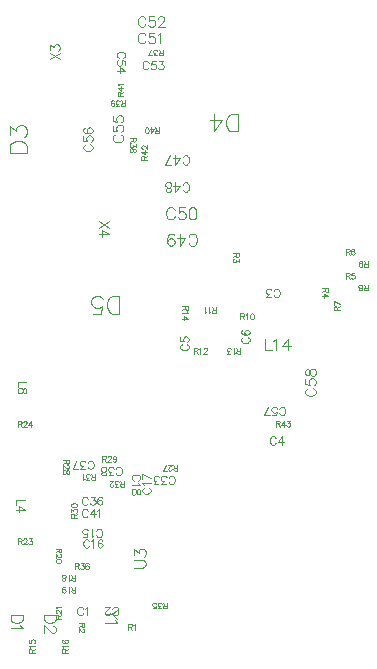
<source format=gbr>
%TF.GenerationSoftware,Altium Limited,Altium Designer,20.1.12 (249)*%
G04 Layer_Color=32768*
%FSLAX45Y45*%
%MOMM*%
%TF.SameCoordinates,4EE8302A-A9A8-49E0-93C5-14594FCB678D*%
%TF.FilePolarity,Positive*%
%TF.FileFunction,Other,M11_-_Assy_RefDes*%
%TF.Part,Single*%
G01*
G75*
%TA.AperFunction,NonConductor*%
%ADD134C,0.07000*%
%ADD135C,0.09000*%
%ADD136C,0.05000*%
%ADD137C,0.10000*%
D134*
X3005011Y2079178D02*
X3008343Y2072513D01*
X3015009Y2065848D01*
X3021674Y2062515D01*
X3035005D01*
X3041670Y2065848D01*
X3048335Y2072513D01*
X3051668Y2079178D01*
X3055000Y2089176D01*
Y2105839D01*
X3051668Y2115837D01*
X3048335Y2122502D01*
X3041670Y2129168D01*
X3035005Y2132500D01*
X3021674D01*
X3015009Y2129168D01*
X3008343Y2122502D01*
X3005011Y2115837D01*
X2945357Y2062515D02*
X2978683D01*
X2982016Y2092509D01*
X2978683Y2089176D01*
X2968685Y2085844D01*
X2958687D01*
X2948690Y2089176D01*
X2942024Y2095842D01*
X2938692Y2105839D01*
Y2112505D01*
X2942024Y2122502D01*
X2948690Y2129168D01*
X2958687Y2132500D01*
X2968685D01*
X2978683Y2129168D01*
X2982016Y2125835D01*
X2985348Y2119170D01*
X2876371Y2062515D02*
X2909698Y2132500D01*
X2923028Y2062515D02*
X2876371D01*
X862485Y2342500D02*
X792500D01*
Y2302508D01*
X862485Y2278180D02*
X859152Y2288178D01*
X852487Y2291511D01*
X845822D01*
X839157Y2288178D01*
X835824Y2281513D01*
X832492Y2268182D01*
X829159Y2258185D01*
X822494Y2251519D01*
X815828Y2248187D01*
X805830D01*
X799165Y2251519D01*
X795833Y2254852D01*
X792500Y2264850D01*
Y2278180D01*
X795833Y2288178D01*
X799165Y2291511D01*
X805830Y2294844D01*
X815828D01*
X822494Y2291511D01*
X829159Y2284846D01*
X832492Y2274848D01*
X835824Y2261517D01*
X839157Y2254852D01*
X845822Y2251519D01*
X852487D01*
X859152Y2254852D01*
X862485Y2264850D01*
Y2278180D01*
X1382511Y1626678D02*
X1385843Y1620013D01*
X1392509Y1613348D01*
X1399174Y1610015D01*
X1412504D01*
X1419170Y1613348D01*
X1425835Y1620013D01*
X1429167Y1626678D01*
X1432500Y1636676D01*
Y1653339D01*
X1429167Y1663337D01*
X1425835Y1670002D01*
X1419170Y1676667D01*
X1412504Y1680000D01*
X1399174D01*
X1392509Y1676667D01*
X1385843Y1670002D01*
X1382511Y1663337D01*
X1356183Y1610015D02*
X1319524D01*
X1339520Y1636676D01*
X1329522D01*
X1322857Y1640008D01*
X1319524Y1643341D01*
X1316191Y1653339D01*
Y1660004D01*
X1319524Y1670002D01*
X1326189Y1676667D01*
X1336187Y1680000D01*
X1346185D01*
X1356183Y1676667D01*
X1359515Y1673335D01*
X1362848Y1666670D01*
X1253871Y1610015D02*
X1287198Y1680000D01*
X1300528Y1610015D02*
X1253871D01*
X1861678Y1449989D02*
X1855013Y1446657D01*
X1848348Y1439992D01*
X1845015Y1433326D01*
Y1419996D01*
X1848348Y1413330D01*
X1855013Y1406665D01*
X1861678Y1403333D01*
X1871676Y1400000D01*
X1888339D01*
X1898337Y1403333D01*
X1905002Y1406665D01*
X1911667Y1413330D01*
X1915000Y1419996D01*
Y1433326D01*
X1911667Y1439992D01*
X1905002Y1446657D01*
X1898337Y1449989D01*
X1858345Y1469652D02*
X1855013Y1476317D01*
X1845015Y1486315D01*
X1915000D01*
X1845015Y1567631D02*
X1915000Y1534305D01*
X1845015Y1520974D02*
Y1567631D01*
X1382489Y1253322D02*
X1379157Y1259987D01*
X1372492Y1266653D01*
X1365826Y1269985D01*
X1352496D01*
X1345830Y1266653D01*
X1339165Y1259987D01*
X1335833Y1253322D01*
X1332500Y1243324D01*
Y1226661D01*
X1335833Y1216663D01*
X1339165Y1209998D01*
X1345830Y1203333D01*
X1352496Y1200000D01*
X1365826D01*
X1372492Y1203333D01*
X1379157Y1209998D01*
X1382489Y1216663D01*
X1435478Y1269985D02*
X1402152Y1223329D01*
X1452141D01*
X1435478Y1269985D02*
Y1200000D01*
X1464472Y1256655D02*
X1471137Y1259987D01*
X1481135Y1269985D01*
Y1200000D01*
X847485Y1342500D02*
X777500D01*
Y1302508D01*
X847485Y1261517D02*
X800828Y1294843D01*
Y1244854D01*
X847485Y1261517D02*
X777500D01*
X1592511Y386678D02*
X1595843Y380013D01*
X1602509Y373347D01*
X1609174Y370015D01*
X1622505D01*
X1629170Y373347D01*
X1635835Y380013D01*
X1639167Y386678D01*
X1642500Y396676D01*
Y413339D01*
X1639167Y423337D01*
X1635835Y430002D01*
X1629170Y436667D01*
X1622505Y440000D01*
X1609174D01*
X1602509Y436667D01*
X1595843Y430002D01*
X1592511Y423337D01*
X1569516Y386678D02*
Y383345D01*
X1566183Y376680D01*
X1562850Y373347D01*
X1556185Y370015D01*
X1542855D01*
X1536189Y373347D01*
X1532857Y376680D01*
X1529524Y383345D01*
Y390010D01*
X1532857Y396676D01*
X1539522Y406674D01*
X1572848Y440000D01*
X1526192D01*
X2184178Y2664990D02*
X2177513Y2661657D01*
X2170847Y2654992D01*
X2167515Y2648326D01*
Y2634996D01*
X2170847Y2628331D01*
X2177513Y2621665D01*
X2184178Y2618333D01*
X2194176Y2615000D01*
X2210839D01*
X2220837Y2618333D01*
X2227502Y2621665D01*
X2234167Y2628331D01*
X2237500Y2634996D01*
Y2648326D01*
X2234167Y2654992D01*
X2227502Y2661657D01*
X2220837Y2664990D01*
X2167515Y2724644D02*
Y2691317D01*
X2197508Y2687985D01*
X2194176Y2691317D01*
X2190843Y2701315D01*
Y2711313D01*
X2194176Y2721311D01*
X2200841Y2727976D01*
X2210839Y2731309D01*
X2217504D01*
X2227502Y2727976D01*
X2234167Y2721311D01*
X2237500Y2711313D01*
Y2701315D01*
X2234167Y2691317D01*
X2230835Y2687985D01*
X2224169Y2684652D01*
X1683322Y5090010D02*
X1689987Y5093343D01*
X1696653Y5100008D01*
X1699985Y5106673D01*
Y5120004D01*
X1696653Y5126669D01*
X1689987Y5133334D01*
X1683322Y5136667D01*
X1673324Y5140000D01*
X1656661D01*
X1646663Y5136667D01*
X1639998Y5133334D01*
X1633333Y5126669D01*
X1630000Y5120004D01*
Y5106673D01*
X1633333Y5100008D01*
X1639998Y5093343D01*
X1646663Y5090010D01*
X1699985Y5030356D02*
Y5063683D01*
X1669992Y5067015D01*
X1673324Y5063683D01*
X1676657Y5053685D01*
Y5043687D01*
X1673324Y5033689D01*
X1666659Y5027024D01*
X1656661Y5023691D01*
X1649996D01*
X1639998Y5027024D01*
X1633333Y5033689D01*
X1630000Y5043687D01*
Y5053685D01*
X1633333Y5063683D01*
X1636666Y5067015D01*
X1643331Y5070348D01*
X1699985Y4974701D02*
X1653329Y5008028D01*
Y4958038D01*
X1699985Y4974701D02*
X1630000D01*
X1342489Y423322D02*
X1339157Y429987D01*
X1332491Y436652D01*
X1325826Y439985D01*
X1312495D01*
X1305830Y436652D01*
X1299165Y429987D01*
X1295833Y423322D01*
X1292500Y413324D01*
Y396661D01*
X1295833Y386663D01*
X1299165Y379998D01*
X1305830Y373333D01*
X1312495Y370000D01*
X1325826D01*
X1332491Y373333D01*
X1339157Y379998D01*
X1342489Y386663D01*
X1362152Y426655D02*
X1368817Y429987D01*
X1378815Y439985D01*
Y370000D01*
X1455011Y1049178D02*
X1458343Y1042513D01*
X1465009Y1035848D01*
X1471674Y1032515D01*
X1485004D01*
X1491670Y1035848D01*
X1498335Y1042513D01*
X1501667Y1049178D01*
X1505000Y1059176D01*
Y1075839D01*
X1501667Y1085837D01*
X1498335Y1092502D01*
X1491670Y1099167D01*
X1485004Y1102500D01*
X1471674D01*
X1465009Y1099167D01*
X1458343Y1092502D01*
X1455011Y1085837D01*
X1435348Y1045845D02*
X1428683Y1042513D01*
X1418685Y1032515D01*
Y1102500D01*
X1344034Y1032515D02*
X1377360D01*
X1380693Y1062508D01*
X1377360Y1059176D01*
X1367363Y1055843D01*
X1357365D01*
X1347367Y1059176D01*
X1340702Y1065841D01*
X1337369Y1075839D01*
Y1082504D01*
X1340702Y1092502D01*
X1347367Y1099167D01*
X1357365Y1102500D01*
X1367363D01*
X1377360Y1099167D01*
X1380693Y1095835D01*
X1384026Y1089170D01*
X2070011Y1496678D02*
X2073343Y1490013D01*
X2080009Y1483348D01*
X2086674Y1480015D01*
X2100004D01*
X2106670Y1483348D01*
X2113335Y1490013D01*
X2116667Y1496678D01*
X2120000Y1506676D01*
Y1523339D01*
X2116667Y1533337D01*
X2113335Y1540002D01*
X2106670Y1546667D01*
X2100004Y1550000D01*
X2086674D01*
X2080009Y1546667D01*
X2073343Y1540002D01*
X2070011Y1533337D01*
X2043683Y1480015D02*
X2007024D01*
X2027020Y1506676D01*
X2017022D01*
X2010357Y1510008D01*
X2007024Y1513341D01*
X2003691Y1523339D01*
Y1530004D01*
X2007024Y1540002D01*
X2013689Y1546667D01*
X2023687Y1550000D01*
X2033685D01*
X2043683Y1546667D01*
X2047015Y1543335D01*
X2050348Y1536670D01*
X1981363Y1480015D02*
X1944704D01*
X1964700Y1506676D01*
X1954702D01*
X1948036Y1510008D01*
X1944704Y1513341D01*
X1941371Y1523339D01*
Y1530004D01*
X1944704Y1540002D01*
X1951369Y1546667D01*
X1961367Y1550000D01*
X1971365D01*
X1981363Y1546667D01*
X1984695Y1543335D01*
X1988028Y1536670D01*
X1897489Y5045822D02*
X1894157Y5052487D01*
X1887492Y5059152D01*
X1880826Y5062485D01*
X1867496D01*
X1860830Y5059152D01*
X1854165Y5052487D01*
X1850833Y5045822D01*
X1847500Y5035824D01*
Y5019161D01*
X1850833Y5009163D01*
X1854165Y5002497D01*
X1860830Y4995832D01*
X1867496Y4992500D01*
X1880826D01*
X1887492Y4995832D01*
X1894157Y5002497D01*
X1897489Y5009163D01*
X1957143Y5062485D02*
X1923817D01*
X1920485Y5032491D01*
X1923817Y5035824D01*
X1933815Y5039156D01*
X1943813D01*
X1953811Y5035824D01*
X1960476Y5029158D01*
X1963809Y5019161D01*
Y5012495D01*
X1960476Y5002497D01*
X1953811Y4995832D01*
X1943813Y4992500D01*
X1933815D01*
X1923817Y4995832D01*
X1920485Y4999165D01*
X1917152Y5005830D01*
X1986137Y5062485D02*
X2022796D01*
X2002800Y5035824D01*
X2012798D01*
X2019464Y5032491D01*
X2022796Y5029158D01*
X2026129Y5019161D01*
Y5012495D01*
X2022796Y5002497D01*
X2016131Y4995832D01*
X2006133Y4992500D01*
X1996135D01*
X1986137Y4995832D01*
X1982805Y4999165D01*
X1979472Y5005830D01*
X1622511Y1571678D02*
X1625843Y1565013D01*
X1632509Y1558348D01*
X1639174Y1555015D01*
X1652504D01*
X1659170Y1558348D01*
X1665835Y1565013D01*
X1669167Y1571678D01*
X1672500Y1581676D01*
Y1598339D01*
X1669167Y1608337D01*
X1665835Y1615002D01*
X1659170Y1621667D01*
X1652504Y1625000D01*
X1639174D01*
X1632509Y1621667D01*
X1625843Y1615002D01*
X1622511Y1608337D01*
X1596183Y1555015D02*
X1559524D01*
X1579520Y1581676D01*
X1569522D01*
X1562857Y1585009D01*
X1559524Y1588341D01*
X1556191Y1598339D01*
Y1605004D01*
X1559524Y1615002D01*
X1566189Y1621667D01*
X1576187Y1625000D01*
X1586185D01*
X1596183Y1621667D01*
X1599515Y1618335D01*
X1602848Y1611670D01*
X1523865Y1555015D02*
X1533863Y1558348D01*
X1537195Y1565013D01*
Y1571678D01*
X1533863Y1578343D01*
X1527198Y1581676D01*
X1513867Y1585009D01*
X1503869Y1588341D01*
X1497204Y1595006D01*
X1493871Y1601672D01*
Y1611670D01*
X1497204Y1618335D01*
X1500536Y1621667D01*
X1510534Y1625000D01*
X1523865D01*
X1533863Y1621667D01*
X1537195Y1618335D01*
X1540528Y1611670D01*
Y1601672D01*
X1537195Y1595006D01*
X1530530Y1588341D01*
X1520532Y1585009D01*
X1507202Y1581676D01*
X1500536Y1578343D01*
X1497204Y1571678D01*
Y1565013D01*
X1500536Y1558348D01*
X1510534Y1555015D01*
X1523865D01*
X1808322Y1510011D02*
X1814987Y1513343D01*
X1821652Y1520009D01*
X1824985Y1526674D01*
Y1540005D01*
X1821652Y1546670D01*
X1814987Y1553335D01*
X1808322Y1556667D01*
X1798324Y1560000D01*
X1781661D01*
X1771663Y1556667D01*
X1764998Y1553335D01*
X1758333Y1546670D01*
X1755000Y1540005D01*
Y1526674D01*
X1758333Y1520009D01*
X1764998Y1513343D01*
X1771663Y1510011D01*
X1811655Y1490348D02*
X1814987Y1483683D01*
X1824985Y1473685D01*
X1755000D01*
X1824985Y1422363D02*
X1821652Y1432361D01*
X1814987Y1435693D01*
X1808322D01*
X1801657Y1432361D01*
X1798324Y1425695D01*
X1794992Y1412365D01*
X1791659Y1402367D01*
X1784994Y1395702D01*
X1778328Y1392369D01*
X1768330D01*
X1761665Y1395702D01*
X1758333Y1399034D01*
X1755000Y1409032D01*
Y1422363D01*
X1758333Y1432361D01*
X1761665Y1435693D01*
X1768330Y1439026D01*
X1778328D01*
X1784994Y1435693D01*
X1791659Y1429028D01*
X1794992Y1419030D01*
X1798324Y1405699D01*
X1801657Y1399034D01*
X1808322Y1395702D01*
X1814987D01*
X1821652Y1399034D01*
X1824985Y1409032D01*
Y1422363D01*
X2699178Y2724989D02*
X2692513Y2721657D01*
X2685847Y2714992D01*
X2682515Y2708326D01*
Y2694996D01*
X2685847Y2688330D01*
X2692513Y2681665D01*
X2699178Y2678333D01*
X2709176Y2675000D01*
X2725839D01*
X2735837Y2678333D01*
X2742502Y2681665D01*
X2749167Y2688330D01*
X2752500Y2694996D01*
Y2708326D01*
X2749167Y2714992D01*
X2742502Y2721657D01*
X2735837Y2724989D01*
X2692513Y2784643D02*
X2685847Y2781311D01*
X2682515Y2771313D01*
Y2764648D01*
X2685847Y2754650D01*
X2695845Y2747985D01*
X2712508Y2744652D01*
X2729171D01*
X2742502Y2747985D01*
X2749167Y2754650D01*
X2752500Y2764648D01*
Y2767980D01*
X2749167Y2777978D01*
X2742502Y2784643D01*
X2732504Y2787976D01*
X2729171D01*
X2719173Y2784643D01*
X2712508Y2777978D01*
X2709176Y2767980D01*
Y2764648D01*
X2712508Y2754650D01*
X2719173Y2747985D01*
X2729171Y2744652D01*
X2957511Y3081678D02*
X2960844Y3075013D01*
X2967509Y3068347D01*
X2974174Y3065015D01*
X2987505D01*
X2994170Y3068347D01*
X3000835Y3075013D01*
X3004168Y3081678D01*
X3007500Y3091676D01*
Y3108339D01*
X3004168Y3118337D01*
X3000835Y3125002D01*
X2994170Y3131667D01*
X2987505Y3135000D01*
X2974174D01*
X2967509Y3131667D01*
X2960844Y3125002D01*
X2957511Y3118337D01*
X2931183Y3065015D02*
X2894525D01*
X2914520Y3091676D01*
X2904522D01*
X2897857Y3095008D01*
X2894525Y3098341D01*
X2891192Y3108339D01*
Y3115004D01*
X2894525Y3125002D01*
X2901190Y3131667D01*
X2911187Y3135000D01*
X2921185D01*
X2931183Y3131667D01*
X2934516Y3128335D01*
X2937849Y3121669D01*
X1394989Y995822D02*
X1391657Y1002487D01*
X1384991Y1009152D01*
X1378326Y1012485D01*
X1364995D01*
X1358330Y1009152D01*
X1351665Y1002487D01*
X1348333Y995822D01*
X1345000Y985824D01*
Y969161D01*
X1348333Y959163D01*
X1351665Y952498D01*
X1358330Y945833D01*
X1364995Y942500D01*
X1378326D01*
X1384991Y945833D01*
X1391657Y952498D01*
X1394989Y959163D01*
X1414652Y999155D02*
X1421317Y1002487D01*
X1431315Y1012485D01*
Y942500D01*
X1505966Y1002487D02*
X1502633Y1009152D01*
X1492635Y1012485D01*
X1485970D01*
X1475972Y1009152D01*
X1469307Y999155D01*
X1465974Y982492D01*
Y965828D01*
X1469307Y952498D01*
X1475972Y945833D01*
X1485970Y942500D01*
X1489303D01*
X1499301Y945833D01*
X1505966Y952498D01*
X1509298Y962496D01*
Y965828D01*
X1505966Y975826D01*
X1499301Y982492D01*
X1489303Y985824D01*
X1485970D01*
X1475972Y982492D01*
X1469307Y975826D01*
X1465974Y965828D01*
X1382490Y1358322D02*
X1379157Y1364987D01*
X1372492Y1371653D01*
X1365827Y1374985D01*
X1352496D01*
X1345831Y1371653D01*
X1339165Y1364987D01*
X1335833Y1358322D01*
X1332500Y1348324D01*
Y1331661D01*
X1335833Y1321663D01*
X1339165Y1314998D01*
X1345831Y1308333D01*
X1352496Y1305000D01*
X1365827D01*
X1372492Y1308333D01*
X1379157Y1314998D01*
X1382490Y1321663D01*
X1408817Y1374985D02*
X1445476D01*
X1425481Y1348324D01*
X1435478D01*
X1442144Y1344992D01*
X1445476Y1341659D01*
X1448809Y1331661D01*
Y1324996D01*
X1445476Y1314998D01*
X1438811Y1308333D01*
X1428813Y1305000D01*
X1418815D01*
X1408817Y1308333D01*
X1405485Y1311665D01*
X1402152Y1318331D01*
X1504464Y1364987D02*
X1501131Y1371653D01*
X1491133Y1374985D01*
X1484468D01*
X1474470Y1371653D01*
X1467805Y1361655D01*
X1464472Y1344992D01*
Y1328329D01*
X1467805Y1314998D01*
X1474470Y1308333D01*
X1484468Y1305000D01*
X1487801D01*
X1497799Y1308333D01*
X1504464Y1314998D01*
X1507796Y1324996D01*
Y1328329D01*
X1504464Y1338327D01*
X1497799Y1344992D01*
X1487801Y1348324D01*
X1484468D01*
X1474470Y1344992D01*
X1467805Y1338327D01*
X1464472Y1328329D01*
X2974989Y1868322D02*
X2971657Y1874987D01*
X2964992Y1881653D01*
X2958326Y1884985D01*
X2944996D01*
X2938330Y1881653D01*
X2931665Y1874987D01*
X2928333Y1868322D01*
X2925000Y1858324D01*
Y1841661D01*
X2928333Y1831663D01*
X2931665Y1824998D01*
X2938330Y1818333D01*
X2944996Y1815000D01*
X2958326D01*
X2964992Y1818333D01*
X2971657Y1824998D01*
X2974989Y1831663D01*
X3027978Y1884985D02*
X2994652Y1838329D01*
X3044641D01*
X3027978Y1884985D02*
Y1815000D01*
D135*
X1616443Y4439272D02*
X1607874Y4434987D01*
X1599304Y4426417D01*
X1595019Y4417848D01*
Y4400708D01*
X1599304Y4392139D01*
X1607874Y4383569D01*
X1616443Y4379284D01*
X1629297Y4375000D01*
X1650722D01*
X1663576Y4379284D01*
X1672145Y4383569D01*
X1680715Y4392139D01*
X1685000Y4400708D01*
Y4417848D01*
X1680715Y4426417D01*
X1672145Y4434987D01*
X1663576Y4439272D01*
X1595019Y4515969D02*
Y4473122D01*
X1633582Y4468837D01*
X1629297Y4473122D01*
X1625013Y4485976D01*
Y4498830D01*
X1629297Y4511685D01*
X1637867Y4520254D01*
X1650722Y4524539D01*
X1659291D01*
X1672145Y4520254D01*
X1680715Y4511685D01*
X1685000Y4498830D01*
Y4485976D01*
X1680715Y4473122D01*
X1676430Y4468837D01*
X1667861Y4464552D01*
X1595019Y4596095D02*
Y4553247D01*
X1633582Y4548962D01*
X1629297Y4553247D01*
X1625013Y4566102D01*
Y4578956D01*
X1629297Y4591810D01*
X1637867Y4600380D01*
X1650722Y4604665D01*
X1659291D01*
X1672145Y4600380D01*
X1680715Y4591810D01*
X1685000Y4578956D01*
Y4566102D01*
X1680715Y4553247D01*
X1676430Y4548962D01*
X1667861Y4544678D01*
X3243943Y2291772D02*
X3235374Y2287488D01*
X3226804Y2278918D01*
X3222519Y2270349D01*
Y2253209D01*
X3226804Y2244640D01*
X3235374Y2236070D01*
X3243943Y2231785D01*
X3256798Y2227500D01*
X3278222D01*
X3291076Y2231785D01*
X3299646Y2236070D01*
X3308215Y2244640D01*
X3312500Y2253209D01*
Y2270349D01*
X3308215Y2278918D01*
X3299646Y2287488D01*
X3291076Y2291772D01*
X3222519Y2368470D02*
Y2325622D01*
X3261083Y2321337D01*
X3256798Y2325622D01*
X3252513Y2338477D01*
Y2351331D01*
X3256798Y2364186D01*
X3265367Y2372755D01*
X3278222Y2377040D01*
X3286791D01*
X3299646Y2372755D01*
X3308215Y2364186D01*
X3312500Y2351331D01*
Y2338477D01*
X3308215Y2325622D01*
X3303930Y2321337D01*
X3295361Y2317053D01*
X3222519Y2418602D02*
X3226804Y2405748D01*
X3235374Y2401463D01*
X3243943D01*
X3252513Y2405748D01*
X3256798Y2414318D01*
X3261083Y2431457D01*
X3265367Y2444311D01*
X3273937Y2452881D01*
X3282507Y2457166D01*
X3295361D01*
X3303930Y2452881D01*
X3308215Y2448596D01*
X3312500Y2435742D01*
Y2418602D01*
X3308215Y2405748D01*
X3303930Y2401463D01*
X3295361Y2397179D01*
X3282507D01*
X3273937Y2401463D01*
X3265367Y2410033D01*
X3261083Y2422887D01*
X3256798Y2440027D01*
X3252513Y2448596D01*
X3243943Y2452881D01*
X3235374D01*
X3226804Y2448596D01*
X3222519Y2435742D01*
Y2418602D01*
X1869272Y5281056D02*
X1864987Y5289626D01*
X1856418Y5298196D01*
X1847848Y5302480D01*
X1830709D01*
X1822139Y5298196D01*
X1813570Y5289626D01*
X1809285Y5281056D01*
X1805000Y5268202D01*
Y5246778D01*
X1809285Y5233923D01*
X1813570Y5225354D01*
X1822139Y5216784D01*
X1830709Y5212500D01*
X1847848D01*
X1856418Y5216784D01*
X1864987Y5225354D01*
X1869272Y5233923D01*
X1945970Y5302480D02*
X1903122D01*
X1898837Y5263917D01*
X1903122Y5268202D01*
X1915976Y5272487D01*
X1928831D01*
X1941685Y5268202D01*
X1950255Y5259632D01*
X1954540Y5246778D01*
Y5238208D01*
X1950255Y5225354D01*
X1941685Y5216784D01*
X1928831Y5212500D01*
X1915976D01*
X1903122Y5216784D01*
X1898837Y5221069D01*
X1894552Y5229639D01*
X1974678Y5285341D02*
X1983248Y5289626D01*
X1996102Y5302480D01*
Y5212500D01*
X1869272Y5421056D02*
X1864987Y5429626D01*
X1856418Y5438196D01*
X1847848Y5442480D01*
X1830709D01*
X1822139Y5438196D01*
X1813570Y5429626D01*
X1809285Y5421056D01*
X1805000Y5408202D01*
Y5386778D01*
X1809285Y5373923D01*
X1813570Y5365354D01*
X1822139Y5356784D01*
X1830709Y5352500D01*
X1847848D01*
X1856418Y5356784D01*
X1864987Y5365354D01*
X1869272Y5373923D01*
X1945970Y5442480D02*
X1903122D01*
X1898837Y5403917D01*
X1903122Y5408202D01*
X1915976Y5412487D01*
X1928831D01*
X1941685Y5408202D01*
X1950255Y5399632D01*
X1954540Y5386778D01*
Y5378208D01*
X1950255Y5365354D01*
X1941685Y5356784D01*
X1928831Y5352500D01*
X1915976D01*
X1903122Y5356784D01*
X1898837Y5361069D01*
X1894552Y5369639D01*
X1978963Y5421056D02*
Y5425341D01*
X1983248Y5433911D01*
X1987533Y5438196D01*
X1996102Y5442480D01*
X2013242D01*
X2021811Y5438196D01*
X2026096Y5433911D01*
X2030381Y5425341D01*
Y5416771D01*
X2026096Y5408202D01*
X2017526Y5395348D01*
X1974678Y5352500D01*
X2034665D01*
D136*
X1837511Y4227500D02*
X1887500D01*
X1837511D02*
Y4248923D01*
X1839891Y4256065D01*
X1842272Y4258445D01*
X1847033Y4260826D01*
X1851794D01*
X1856555Y4258445D01*
X1858935Y4256065D01*
X1861315Y4248923D01*
Y4227500D01*
Y4244163D02*
X1887500Y4260826D01*
X1837511Y4295818D02*
X1870837Y4272014D01*
Y4307720D01*
X1837511Y4295818D02*
X1887500D01*
X1849413Y4318909D02*
X1847033D01*
X1842272Y4321289D01*
X1839891Y4323669D01*
X1837511Y4328430D01*
Y4337952D01*
X1839891Y4342713D01*
X1842272Y4345093D01*
X1847033Y4347474D01*
X1851794D01*
X1856555Y4345093D01*
X1863696Y4340332D01*
X1887500Y4316528D01*
Y4349854D01*
X2975000Y2017490D02*
Y1967501D01*
Y2017490D02*
X2996424D01*
X3003566Y2015109D01*
X3005946Y2012729D01*
X3008326Y2007968D01*
Y2003207D01*
X3005946Y1998446D01*
X3003566Y1996066D01*
X2996424Y1993685D01*
X2975000D01*
X2991664D02*
X3008326Y1967501D01*
X3043319Y2017490D02*
X3019515Y1984164D01*
X3055221D01*
X3043319Y2017490D02*
Y1967501D01*
X3068790Y2017490D02*
X3094975D01*
X3080692Y1998446D01*
X3087833D01*
X3092594Y1996066D01*
X3094975Y1993685D01*
X3097355Y1986544D01*
Y1981783D01*
X3094975Y1974642D01*
X3090214Y1969881D01*
X3083072Y1967501D01*
X3075931D01*
X3068790Y1969881D01*
X3066409Y1972261D01*
X3064029Y1977022D01*
X1445000Y1515011D02*
Y1565000D01*
Y1515011D02*
X1423576D01*
X1416435Y1517391D01*
X1414054Y1519772D01*
X1411674Y1524532D01*
Y1529293D01*
X1414054Y1534054D01*
X1416435Y1536435D01*
X1423576Y1538815D01*
X1445000D01*
X1428337D02*
X1411674Y1565000D01*
X1395725Y1515011D02*
X1369540D01*
X1383822Y1534054D01*
X1376681D01*
X1371920Y1536435D01*
X1369540Y1538815D01*
X1367160Y1545957D01*
Y1550717D01*
X1369540Y1557859D01*
X1374301Y1562619D01*
X1381442Y1565000D01*
X1388583D01*
X1395725Y1562619D01*
X1398105Y1560239D01*
X1400486Y1555478D01*
X1355971Y1524532D02*
X1351210Y1522152D01*
X1344069Y1515011D01*
Y1565000D01*
X1165011Y52500D02*
X1215000D01*
X1165011D02*
Y73924D01*
X1167391Y81065D01*
X1169772Y83446D01*
X1174532Y85826D01*
X1179293D01*
X1184054Y83446D01*
X1186435Y81065D01*
X1188815Y73924D01*
Y52500D01*
Y69163D02*
X1215000Y85826D01*
X1174532Y97014D02*
X1172152Y101775D01*
X1165011Y108916D01*
X1215000D01*
X1172152Y162238D02*
X1167391Y159858D01*
X1165011Y152716D01*
Y147956D01*
X1167391Y140814D01*
X1174532Y136054D01*
X1186435Y133673D01*
X1198337D01*
X1207859Y136054D01*
X1212619Y140814D01*
X1215000Y147956D01*
Y150336D01*
X1212619Y157477D01*
X1207859Y162238D01*
X1200717Y164619D01*
X1198337D01*
X1191195Y162238D01*
X1186435Y157477D01*
X1184054Y150336D01*
Y147956D01*
X1186435Y140814D01*
X1191195Y136054D01*
X1198337Y133673D01*
X1110011Y340000D02*
X1160000D01*
X1110011D02*
Y361424D01*
X1112391Y368565D01*
X1114772Y370946D01*
X1119532Y373326D01*
X1124293D01*
X1129054Y370946D01*
X1131435Y368565D01*
X1133815Y361424D01*
Y340000D01*
Y356663D02*
X1160000Y373326D01*
X1121913Y386895D02*
X1119532D01*
X1114772Y389275D01*
X1112391Y391656D01*
X1110011Y396417D01*
Y405938D01*
X1112391Y410699D01*
X1114772Y413080D01*
X1119532Y415460D01*
X1124293D01*
X1129054Y413080D01*
X1136196Y408319D01*
X1160000Y384514D01*
Y417840D01*
X1119532Y429029D02*
X1117152Y433790D01*
X1110011Y440931D01*
X1160000D01*
X1222489Y1687500D02*
X1172500D01*
X1222489D02*
Y1666076D01*
X1220109Y1658935D01*
X1217728Y1656554D01*
X1212968Y1654174D01*
X1208207D01*
X1203446Y1656554D01*
X1201065Y1658935D01*
X1198685Y1666076D01*
Y1687500D01*
Y1670837D02*
X1172500Y1654174D01*
X1210587Y1640605D02*
X1212968D01*
X1217728Y1638225D01*
X1220109Y1635845D01*
X1222489Y1631084D01*
Y1621562D01*
X1220109Y1616801D01*
X1217728Y1614420D01*
X1212968Y1612040D01*
X1208207D01*
X1203446Y1614420D01*
X1196304Y1619181D01*
X1172500Y1642986D01*
Y1609660D01*
X1222489Y1586569D02*
X1220109Y1593711D01*
X1215348Y1596091D01*
X1210587D01*
X1205826Y1593711D01*
X1203446Y1588950D01*
X1201065Y1579428D01*
X1198685Y1572287D01*
X1193924Y1567526D01*
X1189163Y1565145D01*
X1182022D01*
X1177261Y1567526D01*
X1174881Y1569906D01*
X1172500Y1577048D01*
Y1586569D01*
X1174881Y1593711D01*
X1177261Y1596091D01*
X1182022Y1598472D01*
X1189163D01*
X1193924Y1596091D01*
X1198685Y1591330D01*
X1201065Y1584189D01*
X1203446Y1574667D01*
X1205826Y1569906D01*
X1210587Y1567526D01*
X1215348D01*
X1220109Y1569906D01*
X1222489Y1577048D01*
Y1586569D01*
X2232489Y2987500D02*
X2182500D01*
X2232489D02*
Y2966076D01*
X2230109Y2958935D01*
X2227728Y2956554D01*
X2222967Y2954174D01*
X2218206D01*
X2213445Y2956554D01*
X2211065Y2958935D01*
X2208685Y2966076D01*
Y2987500D01*
Y2970837D02*
X2182500Y2954174D01*
X2222967Y2942986D02*
X2225348Y2938225D01*
X2232489Y2931084D01*
X2182500D01*
X2232489Y2882523D02*
X2199163Y2906327D01*
Y2870620D01*
X2232489Y2882523D02*
X2182500D01*
X2675000Y2924989D02*
Y2875000D01*
Y2924989D02*
X2696424D01*
X2703565Y2922609D01*
X2705945Y2920228D01*
X2708326Y2915467D01*
Y2910706D01*
X2705945Y2905945D01*
X2703565Y2903565D01*
X2696424Y2901185D01*
X2675000D01*
X2691663D02*
X2708326Y2875000D01*
X2719514Y2915467D02*
X2724275Y2917848D01*
X2731416Y2924989D01*
Y2875000D01*
X2770455Y2924989D02*
X2763314Y2922609D01*
X2758553Y2915467D01*
X2756173Y2903565D01*
Y2896424D01*
X2758553Y2884522D01*
X2763314Y2877380D01*
X2770455Y2875000D01*
X2775216D01*
X2782358Y2877380D01*
X2787118Y2884522D01*
X2789499Y2896424D01*
Y2903565D01*
X2787118Y2915467D01*
X2782358Y2922609D01*
X2775216Y2924989D01*
X2770455D01*
X3567500Y3269989D02*
Y3220000D01*
Y3269989D02*
X3588924D01*
X3596065Y3267608D01*
X3598446Y3265228D01*
X3600826Y3260467D01*
Y3255706D01*
X3598446Y3250945D01*
X3596065Y3248565D01*
X3588924Y3246185D01*
X3567500D01*
X3584163D02*
X3600826Y3220000D01*
X3640580Y3269989D02*
X3616775D01*
X3614395Y3248565D01*
X3616775Y3250945D01*
X3623917Y3253326D01*
X3631058D01*
X3638199Y3250945D01*
X3642960Y3246185D01*
X3645340Y3239043D01*
Y3234282D01*
X3642960Y3227141D01*
X3638199Y3222380D01*
X3631058Y3220000D01*
X3623917D01*
X3616775Y3222380D01*
X3614395Y3224761D01*
X3612014Y3229521D01*
X2659989Y3435000D02*
X2610000D01*
X2659989D02*
Y3413576D01*
X2657609Y3406435D01*
X2655228Y3404054D01*
X2650468Y3401674D01*
X2645707D01*
X2640946Y3404054D01*
X2638565Y3406435D01*
X2636185Y3413576D01*
Y3435000D01*
Y3418337D02*
X2610000Y3401674D01*
X2659989Y3385725D02*
Y3359540D01*
X2640946Y3373823D01*
Y3366681D01*
X2638565Y3361920D01*
X2636185Y3359540D01*
X2629044Y3357160D01*
X2624283D01*
X2617141Y3359540D01*
X2612381Y3364301D01*
X2610000Y3371442D01*
Y3378584D01*
X2612381Y3385725D01*
X2614761Y3388105D01*
X2619522Y3390486D01*
X1635011Y4767500D02*
X1685000D01*
X1635011D02*
Y4788924D01*
X1637391Y4796065D01*
X1639772Y4798445D01*
X1644533Y4800826D01*
X1649294D01*
X1654055Y4798445D01*
X1656435Y4796065D01*
X1658815Y4788924D01*
Y4767500D01*
Y4784163D02*
X1685000Y4800826D01*
X1635011Y4835818D02*
X1668337Y4812014D01*
Y4847721D01*
X1635011Y4835818D02*
X1685000D01*
X1644533Y4856528D02*
X1642152Y4861289D01*
X1635011Y4868430D01*
X1685000D01*
X2017500Y5110010D02*
Y5160000D01*
Y5110010D02*
X1996076D01*
X1988935Y5112391D01*
X1986555Y5114771D01*
X1984174Y5119532D01*
Y5124293D01*
X1986555Y5129054D01*
X1988935Y5131434D01*
X1996076Y5133815D01*
X2017500D01*
X2000837D02*
X1984174Y5160000D01*
X1968225Y5110010D02*
X1942040D01*
X1956323Y5129054D01*
X1949182D01*
X1944421Y5131434D01*
X1942040Y5133815D01*
X1939660Y5140956D01*
Y5145717D01*
X1942040Y5152858D01*
X1946801Y5157619D01*
X1953942Y5160000D01*
X1961084D01*
X1968225Y5157619D01*
X1970605Y5155239D01*
X1972986Y5150478D01*
X1895146Y5110010D02*
X1918950Y5160000D01*
X1928472Y5110010D02*
X1895146D01*
X1354990Y302500D02*
X1305000D01*
X1354990D02*
Y281076D01*
X1352609Y273934D01*
X1350229Y271554D01*
X1345468Y269174D01*
X1340707D01*
X1335946Y271554D01*
X1333566Y273934D01*
X1331185Y281076D01*
Y302500D01*
Y285837D02*
X1305000Y269174D01*
X1343087Y255605D02*
X1345468D01*
X1350229Y253225D01*
X1352609Y250844D01*
X1354990Y246083D01*
Y236562D01*
X1352609Y231801D01*
X1350229Y229420D01*
X1345468Y227040D01*
X1340707D01*
X1335946Y229420D01*
X1328805Y234181D01*
X1305000Y257986D01*
Y224659D01*
X2140000Y1595011D02*
Y1645000D01*
Y1595011D02*
X2118576D01*
X2111435Y1597391D01*
X2109054Y1599772D01*
X2106674Y1604532D01*
Y1609293D01*
X2109054Y1614054D01*
X2111435Y1616435D01*
X2118576Y1618815D01*
X2140000D01*
X2123337D02*
X2106674Y1645000D01*
X2093105Y1606913D02*
Y1604532D01*
X2090725Y1599772D01*
X2088345Y1597391D01*
X2083584Y1595011D01*
X2074062D01*
X2069301Y1597391D01*
X2066920Y1599772D01*
X2064540Y1604532D01*
Y1609293D01*
X2066920Y1614054D01*
X2071681Y1621196D01*
X2095486Y1645000D01*
X2062160D01*
X2017645Y1595011D02*
X2041450Y1645000D01*
X2050972Y1595011D02*
X2017645D01*
X1159989Y935000D02*
X1110000D01*
X1159989D02*
Y913576D01*
X1157609Y906435D01*
X1155228Y904054D01*
X1150468Y901674D01*
X1145707D01*
X1140946Y904054D01*
X1138565Y906435D01*
X1136185Y913576D01*
Y935000D01*
Y918337D02*
X1110000Y901674D01*
X1148087Y888105D02*
X1150468D01*
X1155228Y885725D01*
X1157609Y883344D01*
X1159989Y878583D01*
Y869062D01*
X1157609Y864301D01*
X1155228Y861920D01*
X1150468Y859540D01*
X1145707D01*
X1140946Y861920D01*
X1133804Y866681D01*
X1110000Y890486D01*
Y857160D01*
X1159989Y831689D02*
X1157609Y838830D01*
X1150468Y843591D01*
X1138565Y845971D01*
X1131424D01*
X1119522Y843591D01*
X1112381Y838830D01*
X1110000Y831689D01*
Y826928D01*
X1112381Y819787D01*
X1119522Y815026D01*
X1131424Y812645D01*
X1138565D01*
X1150468Y815026D01*
X1157609Y819787D01*
X1159989Y826928D01*
Y831689D01*
X2052500Y427511D02*
Y477500D01*
Y427511D02*
X2031076D01*
X2023935Y429891D01*
X2021555Y432272D01*
X2019174Y437032D01*
Y441793D01*
X2021555Y446554D01*
X2023935Y448935D01*
X2031076Y451315D01*
X2052500D01*
X2035837D02*
X2019174Y477500D01*
X2003225Y427511D02*
X1977040D01*
X1991323Y446554D01*
X1984181D01*
X1979420Y448935D01*
X1977040Y451315D01*
X1974660Y458457D01*
Y463217D01*
X1977040Y470359D01*
X1981801Y475119D01*
X1988942Y477500D01*
X1996084D01*
X2003225Y475119D01*
X2005605Y472739D01*
X2007986Y467978D01*
X1934906Y427511D02*
X1958711D01*
X1961091Y448935D01*
X1958711Y446554D01*
X1951569Y444174D01*
X1944428D01*
X1937287Y446554D01*
X1932526Y451315D01*
X1930145Y458457D01*
Y463217D01*
X1932526Y470359D01*
X1937287Y475119D01*
X1944428Y477500D01*
X1951569D01*
X1958711Y475119D01*
X1961091Y472739D01*
X1963472Y467978D01*
X1697500Y4680010D02*
Y4730000D01*
Y4680010D02*
X1676076D01*
X1668935Y4682391D01*
X1666554Y4684771D01*
X1664174Y4689532D01*
Y4694293D01*
X1666554Y4699054D01*
X1668935Y4701434D01*
X1676076Y4703815D01*
X1697500D01*
X1680837D02*
X1664174Y4730000D01*
X1648225Y4680010D02*
X1622040D01*
X1636323Y4699054D01*
X1629181D01*
X1624420Y4701434D01*
X1622040Y4703815D01*
X1619660Y4710956D01*
Y4715717D01*
X1622040Y4722858D01*
X1626801Y4727619D01*
X1633942Y4730000D01*
X1641084D01*
X1648225Y4727619D01*
X1650605Y4725239D01*
X1652986Y4720478D01*
X1577526Y4696674D02*
X1579906Y4703815D01*
X1584667Y4708576D01*
X1591808Y4710956D01*
X1594189D01*
X1601330Y4708576D01*
X1606091Y4703815D01*
X1608472Y4696674D01*
Y4694293D01*
X1606091Y4687152D01*
X1601330Y4682391D01*
X1594189Y4680010D01*
X1591808D01*
X1584667Y4682391D01*
X1579906Y4687152D01*
X1577526Y4696674D01*
Y4708576D01*
X1579906Y4720478D01*
X1584667Y4727619D01*
X1591808Y4730000D01*
X1596569D01*
X1603711Y4727619D01*
X1606091Y4722858D01*
X2280000Y2634989D02*
Y2585000D01*
Y2634989D02*
X2301424D01*
X2308565Y2632609D01*
X2310945Y2630228D01*
X2313326Y2625467D01*
Y2620706D01*
X2310945Y2615945D01*
X2308565Y2613565D01*
X2301424Y2611185D01*
X2280000D01*
X2296663D02*
X2313326Y2585000D01*
X2324514Y2625467D02*
X2329275Y2627848D01*
X2336416Y2634989D01*
Y2585000D01*
X2363553Y2623087D02*
Y2625467D01*
X2365934Y2630228D01*
X2368314Y2632609D01*
X2373075Y2634989D01*
X2382597D01*
X2387358Y2632609D01*
X2389738Y2630228D01*
X2392118Y2625467D01*
Y2620706D01*
X2389738Y2615945D01*
X2384977Y2608804D01*
X2361173Y2585000D01*
X2394499D01*
X3752500Y3320011D02*
Y3370000D01*
Y3320011D02*
X3731076D01*
X3723935Y3322391D01*
X3721555Y3324772D01*
X3719174Y3329532D01*
Y3334293D01*
X3721555Y3339054D01*
X3723935Y3341435D01*
X3731076Y3343815D01*
X3752500D01*
X3735837D02*
X3719174Y3370000D01*
X3677040Y3336674D02*
X3679421Y3343815D01*
X3684182Y3348576D01*
X3691323Y3350956D01*
X3693703D01*
X3700845Y3348576D01*
X3705605Y3343815D01*
X3707986Y3336674D01*
Y3334293D01*
X3705605Y3327152D01*
X3700845Y3322391D01*
X3693703Y3320011D01*
X3691323D01*
X3684182Y3322391D01*
X3679421Y3327152D01*
X3677040Y3336674D01*
Y3348576D01*
X3679421Y3360478D01*
X3684182Y3367619D01*
X3691323Y3370000D01*
X3696084D01*
X3703225Y3367619D01*
X3705605Y3362859D01*
X885011Y52500D02*
X935000D01*
X885011D02*
Y73924D01*
X887391Y81065D01*
X889772Y83446D01*
X894532Y85826D01*
X899293D01*
X904054Y83446D01*
X906435Y81065D01*
X908815Y73924D01*
Y52500D01*
Y69163D02*
X935000Y85826D01*
X894532Y97014D02*
X892152Y101775D01*
X885011Y108916D01*
X935000D01*
X885011Y162238D02*
Y138434D01*
X906435Y136054D01*
X904054Y138434D01*
X901674Y145575D01*
Y152716D01*
X904054Y159858D01*
X908815Y164619D01*
X915957Y166999D01*
X920717D01*
X927859Y164619D01*
X932619Y159858D01*
X935000Y152716D01*
Y145575D01*
X932619Y138434D01*
X930239Y136054D01*
X925478Y133673D01*
X1690000Y1460011D02*
Y1510000D01*
Y1460011D02*
X1668576D01*
X1661435Y1462391D01*
X1659054Y1464772D01*
X1656674Y1469532D01*
Y1474293D01*
X1659054Y1479054D01*
X1661435Y1481435D01*
X1668576Y1483815D01*
X1690000D01*
X1673337D02*
X1656674Y1510000D01*
X1640725Y1460011D02*
X1614540D01*
X1628822Y1479054D01*
X1621681D01*
X1616920Y1481435D01*
X1614540Y1483815D01*
X1612160Y1490957D01*
Y1495717D01*
X1614540Y1502859D01*
X1619301Y1507620D01*
X1626442Y1510000D01*
X1633583D01*
X1640725Y1507620D01*
X1643105Y1505239D01*
X1645486Y1500478D01*
X1598591Y1471913D02*
Y1469532D01*
X1596210Y1464772D01*
X1593830Y1462391D01*
X1589069Y1460011D01*
X1579548D01*
X1574787Y1462391D01*
X1572406Y1464772D01*
X1570026Y1469532D01*
Y1474293D01*
X1572406Y1479054D01*
X1577167Y1486196D01*
X1600971Y1510000D01*
X1567645D01*
X790000Y1019989D02*
Y970000D01*
Y1019989D02*
X811424D01*
X818565Y1017609D01*
X820946Y1015228D01*
X823326Y1010468D01*
Y1005707D01*
X820946Y1000946D01*
X818565Y998565D01*
X811424Y996185D01*
X790000D01*
X806663D02*
X823326Y970000D01*
X836895Y1008087D02*
Y1010468D01*
X839275Y1015228D01*
X841655Y1017609D01*
X846416Y1019989D01*
X855938D01*
X860699Y1017609D01*
X863080Y1015228D01*
X865460Y1010468D01*
Y1005707D01*
X863080Y1000946D01*
X858319Y993804D01*
X834514Y970000D01*
X867840D01*
X883789Y1019989D02*
X909974D01*
X895692Y1000946D01*
X902833D01*
X907594Y998565D01*
X909974Y996185D01*
X912355Y989043D01*
Y984283D01*
X909974Y977141D01*
X905213Y972381D01*
X898072Y970000D01*
X890931D01*
X883789Y972381D01*
X881409Y974761D01*
X879028Y979522D01*
X1277500Y662511D02*
Y712500D01*
Y662511D02*
X1256076D01*
X1248935Y664891D01*
X1246555Y667272D01*
X1244174Y672033D01*
Y676794D01*
X1246555Y681555D01*
X1248935Y683935D01*
X1256076Y686315D01*
X1277500D01*
X1260837D02*
X1244174Y712500D01*
X1232986Y672033D02*
X1228225Y669652D01*
X1221084Y662511D01*
Y712500D01*
X1184425Y662511D02*
X1191566Y664891D01*
X1193947Y669652D01*
Y674413D01*
X1191566Y679174D01*
X1186805Y681555D01*
X1177284Y683935D01*
X1170142Y686315D01*
X1165381Y691076D01*
X1163001Y695837D01*
Y702979D01*
X1165381Y707739D01*
X1167762Y710120D01*
X1174903Y712500D01*
X1184425D01*
X1191566Y710120D01*
X1193947Y707739D01*
X1196327Y702979D01*
Y695837D01*
X1193947Y691076D01*
X1189186Y686315D01*
X1182044Y683935D01*
X1172523Y681555D01*
X1167762Y679174D01*
X1165381Y674413D01*
Y669652D01*
X1167762Y664891D01*
X1174903Y662511D01*
X1184425D01*
X1505000Y1719989D02*
Y1670000D01*
Y1719989D02*
X1526424D01*
X1533565Y1717609D01*
X1535946Y1715228D01*
X1538326Y1710467D01*
Y1705707D01*
X1535946Y1700946D01*
X1533565Y1698565D01*
X1526424Y1696185D01*
X1505000D01*
X1521663D02*
X1538326Y1670000D01*
X1551895Y1708087D02*
Y1710467D01*
X1554275Y1715228D01*
X1556656Y1717609D01*
X1561416Y1719989D01*
X1570938D01*
X1575699Y1717609D01*
X1578080Y1715228D01*
X1580460Y1710467D01*
Y1705707D01*
X1578080Y1700946D01*
X1573319Y1693804D01*
X1549514Y1670000D01*
X1582840D01*
X1624974Y1703326D02*
X1622594Y1696185D01*
X1617833Y1691424D01*
X1610692Y1689043D01*
X1608311D01*
X1601170Y1691424D01*
X1596409Y1696185D01*
X1594029Y1703326D01*
Y1705707D01*
X1596409Y1712848D01*
X1601170Y1717609D01*
X1608311Y1719989D01*
X1610692D01*
X1617833Y1717609D01*
X1622594Y1712848D01*
X1624974Y1703326D01*
Y1691424D01*
X1622594Y1679522D01*
X1617833Y1672380D01*
X1610692Y1670000D01*
X1605931D01*
X1598790Y1672380D01*
X1596409Y1677141D01*
X2465000Y2927511D02*
Y2977500D01*
Y2927511D02*
X2443576D01*
X2436435Y2929892D01*
X2434054Y2932272D01*
X2431674Y2937033D01*
Y2941794D01*
X2434054Y2946555D01*
X2436435Y2948935D01*
X2443576Y2951315D01*
X2465000D01*
X2448337D02*
X2431674Y2977500D01*
X2420486Y2937033D02*
X2415725Y2934652D01*
X2408583Y2927511D01*
Y2977500D01*
X2383827Y2937033D02*
X2379066Y2934652D01*
X2371925Y2927511D01*
Y2977500D01*
X3467511Y2952500D02*
X3517500D01*
X3467511D02*
Y2973924D01*
X3469891Y2981065D01*
X3472272Y2983445D01*
X3477033Y2985826D01*
X3481794D01*
X3486555Y2983445D01*
X3488935Y2981065D01*
X3491315Y2973924D01*
Y2952500D01*
Y2969163D02*
X3517500Y2985826D01*
X3467511Y3030340D02*
X3517500Y3006536D01*
X3467511Y2997014D02*
Y3030340D01*
X3417490Y3137500D02*
X3367501D01*
X3417490D02*
Y3116076D01*
X3415109Y3108935D01*
X3412729Y3106554D01*
X3407968Y3104174D01*
X3403207D01*
X3398446Y3106554D01*
X3396066Y3108935D01*
X3393685Y3116076D01*
Y3137500D01*
Y3120837D02*
X3367501Y3104174D01*
X3417490Y3069181D02*
X3384164Y3092986D01*
Y3057279D01*
X3417490Y3069181D02*
X3367501D01*
X1787489Y4412500D02*
X1737500D01*
X1787489D02*
Y4391076D01*
X1785109Y4383934D01*
X1782728Y4381554D01*
X1777967Y4379174D01*
X1773207D01*
X1768446Y4381554D01*
X1766065Y4383934D01*
X1763685Y4391076D01*
Y4412500D01*
Y4395837D02*
X1737500Y4379174D01*
X1787489Y4363224D02*
Y4337040D01*
X1768446Y4351322D01*
Y4344181D01*
X1766065Y4339420D01*
X1763685Y4337040D01*
X1756543Y4334659D01*
X1751783D01*
X1744641Y4337040D01*
X1739880Y4341801D01*
X1737500Y4348942D01*
Y4356083D01*
X1739880Y4363224D01*
X1742261Y4365605D01*
X1747022Y4367985D01*
X1787489Y4311569D02*
X1785109Y4318710D01*
X1780348Y4321091D01*
X1775587D01*
X1770826Y4318710D01*
X1768446Y4313949D01*
X1766065Y4304428D01*
X1763685Y4297286D01*
X1758924Y4292526D01*
X1754163Y4290145D01*
X1747022D01*
X1742261Y4292526D01*
X1739880Y4294906D01*
X1737500Y4302047D01*
Y4311569D01*
X1739880Y4318710D01*
X1742261Y4321091D01*
X1747022Y4323471D01*
X1754163D01*
X1758924Y4321091D01*
X1763685Y4316330D01*
X1766065Y4309188D01*
X1768446Y4299667D01*
X1770826Y4294906D01*
X1775587Y4292526D01*
X1780348D01*
X1785109Y4294906D01*
X1787489Y4302047D01*
Y4311569D01*
X1242511Y1195000D02*
X1292500D01*
X1242511D02*
Y1216424D01*
X1244891Y1223565D01*
X1247272Y1225946D01*
X1252033Y1228326D01*
X1256794D01*
X1261554Y1225946D01*
X1263935Y1223565D01*
X1266315Y1216424D01*
Y1195000D01*
Y1211663D02*
X1292500Y1228326D01*
X1242511Y1244275D02*
Y1270460D01*
X1261554Y1256178D01*
Y1263319D01*
X1263935Y1268080D01*
X1266315Y1270460D01*
X1273457Y1272840D01*
X1278217D01*
X1285359Y1270460D01*
X1290120Y1265699D01*
X1292500Y1258558D01*
Y1251417D01*
X1290120Y1244275D01*
X1287739Y1241895D01*
X1282978Y1239514D01*
X1242511Y1298311D02*
X1244891Y1291170D01*
X1252033Y1286409D01*
X1263935Y1284029D01*
X1271076D01*
X1282978Y1286409D01*
X1290120Y1291170D01*
X1292500Y1298311D01*
Y1303072D01*
X1290120Y1310214D01*
X1282978Y1314974D01*
X1271076Y1317355D01*
X1263935D01*
X1252033Y1314974D01*
X1244891Y1310214D01*
X1242511Y1303072D01*
Y1298311D01*
X1272500Y812489D02*
Y762500D01*
Y812489D02*
X1293924D01*
X1301065Y810109D01*
X1303446Y807728D01*
X1305826Y802968D01*
Y798207D01*
X1303446Y793446D01*
X1301065Y791065D01*
X1293924Y788685D01*
X1272500D01*
X1289163D02*
X1305826Y762500D01*
X1321775Y812489D02*
X1347960D01*
X1333678Y793446D01*
X1340819D01*
X1345580Y791065D01*
X1347960Y788685D01*
X1350340Y781544D01*
Y776783D01*
X1347960Y769641D01*
X1343199Y764881D01*
X1336058Y762500D01*
X1328917D01*
X1321775Y764881D01*
X1319395Y767261D01*
X1317014Y772022D01*
X1390094Y805348D02*
X1387714Y810109D01*
X1380572Y812489D01*
X1375811D01*
X1368670Y810109D01*
X1363909Y802968D01*
X1361529Y791065D01*
Y779163D01*
X1363909Y769641D01*
X1368670Y764881D01*
X1375811Y762500D01*
X1378192D01*
X1385333Y764881D01*
X1390094Y769641D01*
X1392474Y776783D01*
Y779163D01*
X1390094Y786304D01*
X1385333Y791065D01*
X1378192Y793446D01*
X1375811D01*
X1368670Y791065D01*
X1363909Y786304D01*
X1361529Y779163D01*
X1987500Y4450011D02*
Y4500000D01*
Y4450011D02*
X1966076D01*
X1958935Y4452391D01*
X1956555Y4454772D01*
X1954174Y4459532D01*
Y4464293D01*
X1956555Y4469054D01*
X1958935Y4471435D01*
X1966076Y4473815D01*
X1987500D01*
X1970837D02*
X1954174Y4500000D01*
X1919182Y4450011D02*
X1942986Y4483337D01*
X1907279D01*
X1919182Y4450011D02*
Y4500000D01*
X1884189Y4450011D02*
X1891330Y4452391D01*
X1896091Y4459532D01*
X1898472Y4471435D01*
Y4478576D01*
X1896091Y4490478D01*
X1891330Y4497619D01*
X1884189Y4500000D01*
X1879428D01*
X1872287Y4497619D01*
X1867526Y4490478D01*
X1865146Y4478576D01*
Y4471435D01*
X1867526Y4459532D01*
X1872287Y4452391D01*
X1879428Y4450011D01*
X1884189D01*
X2675000Y2585011D02*
Y2635000D01*
Y2585011D02*
X2653576D01*
X2646435Y2587392D01*
X2644054Y2589772D01*
X2641674Y2594533D01*
Y2599294D01*
X2644054Y2604055D01*
X2646435Y2606435D01*
X2653576Y2608815D01*
X2675000D01*
X2658337D02*
X2641674Y2635000D01*
X2630486Y2594533D02*
X2625725Y2592153D01*
X2618584Y2585011D01*
Y2635000D01*
X2589066Y2585011D02*
X2562881D01*
X2577164Y2604055D01*
X2570023D01*
X2565262Y2606435D01*
X2562881Y2608815D01*
X2560501Y2615957D01*
Y2620718D01*
X2562881Y2627859D01*
X2567642Y2632620D01*
X2574784Y2635000D01*
X2581925D01*
X2589066Y2632620D01*
X2591446Y2630239D01*
X2593827Y2625479D01*
X3752500Y3120011D02*
Y3170000D01*
Y3120011D02*
X3731076D01*
X3723935Y3122392D01*
X3721555Y3124772D01*
X3719174Y3129533D01*
Y3134294D01*
X3721555Y3139055D01*
X3723935Y3141435D01*
X3731076Y3143815D01*
X3752500D01*
X3735837D02*
X3719174Y3170000D01*
X3696084Y3120011D02*
X3703225Y3122392D01*
X3705605Y3127152D01*
Y3131913D01*
X3703225Y3136674D01*
X3698464Y3139055D01*
X3688943Y3141435D01*
X3681801Y3143815D01*
X3677040Y3148576D01*
X3674660Y3153337D01*
Y3160479D01*
X3677040Y3165239D01*
X3679421Y3167620D01*
X3686562Y3170000D01*
X3696084D01*
X3703225Y3167620D01*
X3705605Y3165239D01*
X3707986Y3160479D01*
Y3153337D01*
X3705605Y3148576D01*
X3700845Y3143815D01*
X3693703Y3141435D01*
X3684182Y3139055D01*
X3679421Y3136674D01*
X3677040Y3131913D01*
Y3127152D01*
X3679421Y3122392D01*
X3686562Y3120011D01*
X3696084D01*
X3567500Y3472489D02*
Y3422500D01*
Y3472489D02*
X3588924D01*
X3596066Y3470109D01*
X3598446Y3467728D01*
X3600826Y3462968D01*
Y3458207D01*
X3598446Y3453446D01*
X3596066Y3451065D01*
X3588924Y3448685D01*
X3567500D01*
X3584164D02*
X3600826Y3422500D01*
X3640580Y3465348D02*
X3638199Y3470109D01*
X3631058Y3472489D01*
X3626297D01*
X3619156Y3470109D01*
X3614395Y3462968D01*
X3612015Y3451065D01*
Y3439163D01*
X3614395Y3429641D01*
X3619156Y3424881D01*
X3626297Y3422500D01*
X3628678D01*
X3635819Y3424881D01*
X3640580Y3429641D01*
X3642960Y3436783D01*
Y3439163D01*
X3640580Y3446305D01*
X3635819Y3451065D01*
X3628678Y3453446D01*
X3626297D01*
X3619156Y3451065D01*
X3614395Y3446305D01*
X3612015Y3439163D01*
X1277500Y562511D02*
Y612500D01*
Y562511D02*
X1256076D01*
X1248935Y564891D01*
X1246555Y567272D01*
X1244174Y572033D01*
Y576794D01*
X1246555Y581555D01*
X1248935Y583935D01*
X1256076Y586315D01*
X1277500D01*
X1260837D02*
X1244174Y612500D01*
X1232986Y572033D02*
X1228225Y569652D01*
X1221084Y562511D01*
Y612500D01*
X1165381Y579174D02*
X1167762Y586315D01*
X1172523Y591076D01*
X1179664Y593457D01*
X1182044D01*
X1189186Y591076D01*
X1193947Y586315D01*
X1196327Y579174D01*
Y576794D01*
X1193947Y569652D01*
X1189186Y564891D01*
X1182044Y562511D01*
X1179664D01*
X1172523Y564891D01*
X1167762Y569652D01*
X1165381Y579174D01*
Y591076D01*
X1167762Y602978D01*
X1172523Y610120D01*
X1179664Y612500D01*
X1184425D01*
X1191566Y610120D01*
X1193947Y605359D01*
X1725000Y297489D02*
Y247500D01*
Y297489D02*
X1746424D01*
X1753566Y295109D01*
X1755946Y292728D01*
X1758326Y287968D01*
Y283207D01*
X1755946Y278446D01*
X1753566Y276065D01*
X1746424Y273685D01*
X1725000D01*
X1741664D02*
X1758326Y247500D01*
X1769515Y287968D02*
X1774276Y290348D01*
X1781417Y297489D01*
Y247500D01*
X790000Y2014989D02*
Y1965000D01*
Y2014989D02*
X811424D01*
X818565Y2012609D01*
X820946Y2010228D01*
X823326Y2005468D01*
Y2000707D01*
X820946Y1995946D01*
X818565Y1993565D01*
X811424Y1991185D01*
X790000D01*
X806663D02*
X823326Y1965000D01*
X836895Y2003087D02*
Y2005468D01*
X839275Y2010228D01*
X841655Y2012609D01*
X846416Y2014989D01*
X855938D01*
X860699Y2012609D01*
X863080Y2010228D01*
X865460Y2005468D01*
Y2000707D01*
X863080Y1995946D01*
X858319Y1988805D01*
X834514Y1965000D01*
X867840D01*
X902833Y2014989D02*
X879028Y1981663D01*
X914735D01*
X902833Y2014989D02*
Y1965000D01*
D137*
X2185369Y3974060D02*
X2189178Y3966443D01*
X2196795Y3958825D01*
X2204413Y3955017D01*
X2219648D01*
X2227265Y3958825D01*
X2234883Y3966443D01*
X2238691Y3974060D01*
X2242500Y3985487D01*
Y4004530D01*
X2238691Y4015956D01*
X2234883Y4023574D01*
X2227265Y4031191D01*
X2219648Y4035000D01*
X2204413D01*
X2196795Y4031191D01*
X2189178Y4023574D01*
X2185369Y4015956D01*
X2124811Y3955017D02*
X2162898Y4008339D01*
X2105767D01*
X2124811Y3955017D02*
Y4035000D01*
X2072631Y3955017D02*
X2084058Y3958825D01*
X2087866Y3966443D01*
Y3974060D01*
X2084058Y3981678D01*
X2076440Y3985487D01*
X2061205Y3989295D01*
X2049779Y3993104D01*
X2042162Y4000721D01*
X2038353Y4008339D01*
Y4019765D01*
X2042162Y4027382D01*
X2045971Y4031191D01*
X2057397Y4035000D01*
X2072631D01*
X2084058Y4031191D01*
X2087866Y4027382D01*
X2091675Y4019765D01*
Y4008339D01*
X2087866Y4000721D01*
X2080249Y3993104D01*
X2068823Y3989295D01*
X2053588Y3985487D01*
X2045971Y3981678D01*
X2042162Y3974060D01*
Y3966443D01*
X2045971Y3958825D01*
X2057397Y3955017D01*
X2072631D01*
X2118913Y3798674D02*
X2114152Y3808196D01*
X2104631Y3817718D01*
X2095109Y3822479D01*
X2076065D01*
X2066544Y3817718D01*
X2057022Y3808196D01*
X2052261Y3798674D01*
X2047500Y3784391D01*
Y3760587D01*
X2052261Y3746304D01*
X2057022Y3736782D01*
X2066544Y3727261D01*
X2076065Y3722500D01*
X2095109D01*
X2104631Y3727261D01*
X2114152Y3736782D01*
X2118913Y3746304D01*
X2204133Y3822479D02*
X2156524D01*
X2151764Y3779630D01*
X2156524Y3784391D01*
X2170807Y3789152D01*
X2185090D01*
X2199372Y3784391D01*
X2208894Y3774870D01*
X2213655Y3760587D01*
Y3751065D01*
X2208894Y3736782D01*
X2199372Y3727261D01*
X2185090Y3722500D01*
X2170807D01*
X2156524Y3727261D01*
X2151764Y3732021D01*
X2147003Y3741543D01*
X2264596Y3822479D02*
X2250314Y3817718D01*
X2240792Y3803435D01*
X2236031Y3779630D01*
Y3765348D01*
X2240792Y3741543D01*
X2250314Y3727261D01*
X2264596Y3722500D01*
X2274118D01*
X2288401Y3727261D01*
X2297923Y3741543D01*
X2302683Y3765348D01*
Y3779630D01*
X2297923Y3803435D01*
X2288401Y3817718D01*
X2274118Y3822479D01*
X2264596D01*
X1364061Y4357130D02*
X1356443Y4353322D01*
X1348826Y4345704D01*
X1345017Y4338087D01*
Y4322852D01*
X1348826Y4315235D01*
X1356443Y4307617D01*
X1364061Y4303809D01*
X1375487Y4300000D01*
X1394530D01*
X1405956Y4303809D01*
X1413574Y4307617D01*
X1421191Y4315235D01*
X1425000Y4322852D01*
Y4338087D01*
X1421191Y4345704D01*
X1413574Y4353322D01*
X1405956Y4357130D01*
X1345017Y4425306D02*
Y4387219D01*
X1379295Y4383411D01*
X1375487Y4387219D01*
X1371678Y4398646D01*
Y4410071D01*
X1375487Y4421498D01*
X1383104Y4429115D01*
X1394530Y4432924D01*
X1402148D01*
X1413574Y4429115D01*
X1421191Y4421498D01*
X1425000Y4410071D01*
Y4398646D01*
X1421191Y4387219D01*
X1417382Y4383411D01*
X1409765Y4379602D01*
X1356443Y4496529D02*
X1348826Y4492721D01*
X1345017Y4481294D01*
Y4473677D01*
X1348826Y4462251D01*
X1360252Y4454633D01*
X1379295Y4450825D01*
X1398339D01*
X1413574Y4454633D01*
X1421191Y4462251D01*
X1425000Y4473677D01*
Y4477486D01*
X1421191Y4488912D01*
X1413574Y4496529D01*
X1402148Y4500338D01*
X1398339D01*
X1386913Y4496529D01*
X1379295Y4488912D01*
X1375487Y4477486D01*
Y4473677D01*
X1379295Y4462251D01*
X1386913Y4454633D01*
X1398339Y4450825D01*
X1112479Y372499D02*
X1012500D01*
X1112479D02*
Y339173D01*
X1107718Y324890D01*
X1098196Y315369D01*
X1088674Y310608D01*
X1074392Y305847D01*
X1050587D01*
X1036305Y310608D01*
X1026783Y315369D01*
X1017261Y324890D01*
X1012500Y339173D01*
Y372499D01*
X1088674Y278710D02*
X1093435D01*
X1102957Y273949D01*
X1107718Y269188D01*
X1112479Y259666D01*
Y240623D01*
X1107718Y231101D01*
X1102957Y226340D01*
X1093435Y221579D01*
X1083914D01*
X1074392Y226340D01*
X1060109Y235862D01*
X1012500Y283471D01*
Y216818D01*
X2651401Y4466031D02*
Y4613440D01*
Y4466031D02*
X2602265D01*
X2581206Y4473051D01*
X2567167Y4487090D01*
X2560148Y4501128D01*
X2553128Y4522187D01*
Y4557284D01*
X2560148Y4578342D01*
X2567167Y4592381D01*
X2581206Y4606420D01*
X2602265Y4613440D01*
X2651401D01*
X2449943Y4466031D02*
X2520137Y4564304D01*
X2414845D01*
X2449943Y4466031D02*
Y4613440D01*
X1645660Y2923572D02*
Y3073540D01*
Y2923572D02*
X1595671D01*
X1574247Y2930713D01*
X1559965Y2944996D01*
X1552823Y2959279D01*
X1545682Y2980703D01*
Y3016409D01*
X1552823Y3037833D01*
X1559965Y3052116D01*
X1574247Y3066399D01*
X1595671Y3073540D01*
X1645660D01*
X1426422Y2923572D02*
X1497835D01*
X1504976Y2987844D01*
X1497835Y2980703D01*
X1476411Y2973561D01*
X1454987D01*
X1433563Y2980703D01*
X1419280Y2994985D01*
X1412139Y3016409D01*
Y3030692D01*
X1419280Y3052116D01*
X1433563Y3066399D01*
X1454987Y3073540D01*
X1476411D01*
X1497835Y3066399D01*
X1504976Y3059257D01*
X1512118Y3044975D01*
X2887500Y2712479D02*
Y2612501D01*
X2944631D01*
X2955581Y2693436D02*
X2965103Y2698197D01*
X2979385Y2712479D01*
Y2612501D01*
X3076507Y2712479D02*
X3028898Y2645827D01*
X3100312D01*
X3076507Y2712479D02*
Y2612501D01*
X1775022Y772500D02*
X1846435D01*
X1860718Y777261D01*
X1870239Y786783D01*
X1875000Y801065D01*
Y810587D01*
X1870239Y824870D01*
X1860718Y834391D01*
X1846435Y839152D01*
X1775022D01*
Y876287D02*
Y928657D01*
X1813109Y900092D01*
Y914374D01*
X1817870Y923896D01*
X1822631Y928657D01*
X1836913Y933418D01*
X1846435D01*
X1860718Y928657D01*
X1870239Y919135D01*
X1875000Y904852D01*
Y890570D01*
X1870239Y876287D01*
X1865479Y871526D01*
X1855957Y866765D01*
X1559983Y3705000D02*
X1480000Y3651678D01*
X1559983D02*
X1480000Y3705000D01*
X1559983Y3595690D02*
X1506661Y3633777D01*
Y3576646D01*
X1559983Y3595690D02*
X1480000D01*
X1632479Y417500D02*
X1584870Y379413D01*
X1532500D01*
X1632479Y341326D02*
X1584870Y379413D01*
X1613435Y328472D02*
X1618196Y318950D01*
X1632479Y304667D01*
X1532500D01*
X1067517Y5080000D02*
X1147500Y5133322D01*
X1067517D02*
X1147500Y5080000D01*
X1067517Y5158841D02*
Y5200736D01*
X1097987Y5177884D01*
Y5189310D01*
X1101795Y5196928D01*
X1105604Y5200736D01*
X1117030Y5204545D01*
X1124647D01*
X1136074Y5200736D01*
X1143691Y5193119D01*
X1147500Y5181693D01*
Y5170267D01*
X1143691Y5158841D01*
X1139882Y5155032D01*
X1132265Y5151223D01*
X721072Y4286840D02*
X871040D01*
X721072D02*
Y4336829D01*
X728213Y4358253D01*
X742496Y4372535D01*
X756779Y4379677D01*
X778203Y4386818D01*
X813909D01*
X835333Y4379677D01*
X849616Y4372535D01*
X863899Y4358253D01*
X871040Y4336829D01*
Y4286840D01*
X721072Y4434665D02*
Y4513220D01*
X778203Y4470372D01*
Y4491796D01*
X785344Y4506078D01*
X792485Y4513220D01*
X813909Y4520361D01*
X828192D01*
X849616Y4513220D01*
X863899Y4498937D01*
X871040Y4477513D01*
Y4456089D01*
X863899Y4434665D01*
X856757Y4427524D01*
X842475Y4420382D01*
X832479Y372499D02*
X732500D01*
X832479D02*
Y339173D01*
X827718Y324890D01*
X818196Y315369D01*
X808674Y310608D01*
X794392Y305847D01*
X770587D01*
X756305Y310608D01*
X746783Y315369D01*
X737261Y324890D01*
X732500Y339173D01*
Y372499D01*
X813435Y283471D02*
X818196Y273949D01*
X832479Y259666D01*
X732500D01*
X2236087Y3523826D02*
X2240848Y3514304D01*
X2250369Y3504782D01*
X2259891Y3500021D01*
X2278935D01*
X2288456Y3504782D01*
X2297978Y3514304D01*
X2302739Y3523826D01*
X2307500Y3538108D01*
Y3561913D01*
X2302739Y3576195D01*
X2297978Y3585717D01*
X2288456Y3595239D01*
X2278935Y3600000D01*
X2259891D01*
X2250369Y3595239D01*
X2240848Y3585717D01*
X2236087Y3576195D01*
X2160389Y3500021D02*
X2207998Y3566673D01*
X2136584D01*
X2160389Y3500021D02*
Y3600000D01*
X2057078Y3533347D02*
X2061838Y3547630D01*
X2071360Y3557152D01*
X2085643Y3561913D01*
X2090404D01*
X2104686Y3557152D01*
X2114208Y3547630D01*
X2118969Y3533347D01*
Y3528586D01*
X2114208Y3514304D01*
X2104686Y3504782D01*
X2090404Y3500021D01*
X2085643D01*
X2071360Y3504782D01*
X2061838Y3514304D01*
X2057078Y3533347D01*
Y3557152D01*
X2061838Y3580956D01*
X2071360Y3595239D01*
X2085643Y3600000D01*
X2095165D01*
X2109447Y3595239D01*
X2114208Y3585717D01*
X2185369Y4204060D02*
X2189178Y4196443D01*
X2196795Y4188825D01*
X2204413Y4185017D01*
X2219648D01*
X2227265Y4188825D01*
X2234883Y4196443D01*
X2238691Y4204060D01*
X2242500Y4215486D01*
Y4234530D01*
X2238691Y4245956D01*
X2234883Y4253573D01*
X2227265Y4261191D01*
X2219648Y4265000D01*
X2204413D01*
X2196795Y4261191D01*
X2189178Y4253573D01*
X2185369Y4245956D01*
X2124811Y4185017D02*
X2162898Y4238338D01*
X2105767D01*
X2124811Y4185017D02*
Y4265000D01*
X2038353Y4185017D02*
X2076440Y4265000D01*
X2091675Y4185017D02*
X2038353D01*
%TF.MD5,c9833e63c8203107bfeef9c664b25917*%
M02*

</source>
